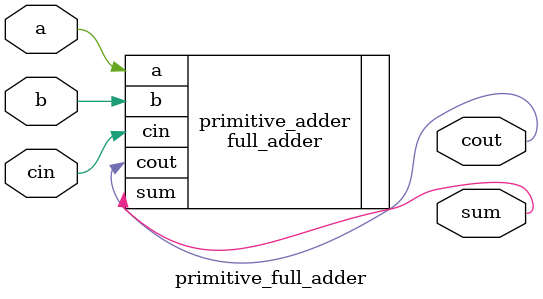
<source format=v>
module primitive_full_adder (
  input a,
  input b,
  input cin,
  output sum,
  output cout
);

  full_adder #(1) primitive_adder (.a(a), .b(b), .cin(cin), .sum(sum), .cout(cout));

endmodule

</source>
